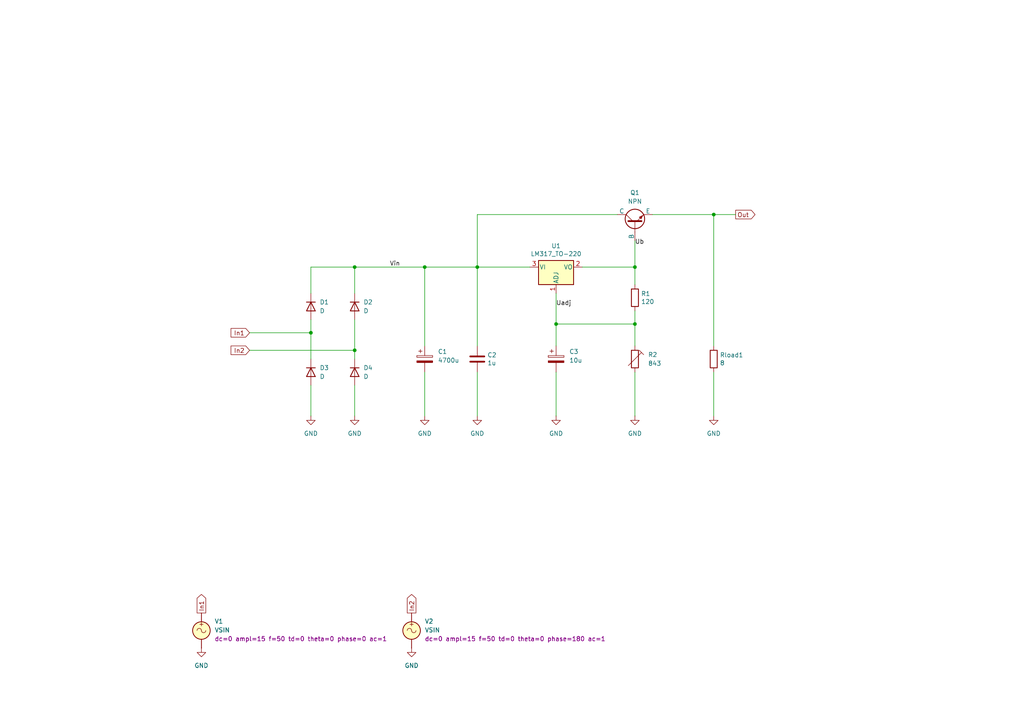
<source format=kicad_sch>
(kicad_sch (version 20250114) (generator "eeschema") (generator_version "9.0")
  (paper "A4")
  (title_block (title "Rectifier with 4 diodes, regulator and NPN passtransistor") (date "2025-09-13") (company "GitHub/OJStuff"))
  (lib_symbols
    (symbol "Device:C" (pin_numbers (hide yes)) (pin_names (offset 0.254))
      (property "Reference" "C" (at 0.635 2.54 0))
      (property "Value" "C" (at 0.635 -2.54 0))
      (symbol "C_0_1"
        (polyline (pts (xy -2.032 0.762) (xy 2.032 0.762)) (stroke (width 0.508)))
        (polyline (pts (xy -2.032 -0.762) (xy 2.032 -0.762)) (stroke (width 0.508)))
      )
      (symbol "C_1_1"
        (pin passive line (at 0 3.81 270) (length 2.794) (name "~") (number "1"))
        (pin passive line (at 0 -3.81 90) (length 2.794) (name "~") (number "2"))
      )
    )
    (symbol "Device:C_Polarized" (pin_numbers (hide yes)) (pin_names (offset 0.254))
      (property "Reference" "C" (at 0.635 2.54 0))
      (property "Value" "C_Polarized" (at 0.635 -2.54 0))
      (symbol "C_Polarized_0_1"
        (rectangle (start -2.286 0.508) (end 2.286 1.016))
        (polyline (pts (xy -1.778 2.286) (xy -0.762 2.286)))
        (polyline (pts (xy -1.27 2.794) (xy -1.27 1.778)))
        (rectangle (start 2.286 -0.508) (end -2.286 -1.016) (fill (type outline)))
      )
      (symbol "C_Polarized_1_1"
        (pin passive line (at 0 3.81 270) (length 2.794) (name "~") (number "1"))
        (pin passive line (at 0 -3.81 90) (length 2.794) (name "~") (number "2"))
      )
    )
    (symbol "Device:D" (pin_numbers (hide yes)) (pin_names (offset 1.016) (hide yes))
      (property "Reference" "D" (at 0 2.54 0))
      (property "Value" "D" (at 0 -2.54 0))
      (symbol "D_0_1"
        (polyline (pts (xy -1.27 1.27) (xy -1.27 -1.27)) (stroke (width 0.254)))
        (polyline (pts (xy 1.27 1.27) (xy 1.27 -1.27) (xy -1.27 0) (xy 1.27 1.27)) (stroke (width 0.254)))
        (polyline (pts (xy 1.27 0) (xy -1.27 0)))
      )
      (symbol "D_1_1"
        (pin passive line (at -3.81 0 0) (length 2.54) (name "K") (number "1"))
        (pin passive line (at 3.81 0 180) (length 2.54) (name "A") (number "2"))
      )
    )
    (symbol "Device:R" (pin_numbers (hide yes)) (pin_names (offset 0))
      (property "Reference" "R" (at 2.032 0 90))
      (property "Value" "R" (at 0 0 90))
      (symbol "R_0_1"
        (rectangle (start -1.016 -2.54) (end 1.016 2.54) (stroke (width 0.254)))
      )
      (symbol "R_1_1"
        (pin passive line (at 0 3.81 270) (length 1.27) (name "~") (number "1"))
        (pin passive line (at 0 -3.81 90) (length 1.27) (name "~") (number "2"))
      )
    )
    (symbol "Device:R_Trim" (pin_numbers (hide yes)) (pin_names (offset 0))
      (property "Reference" "R" (at 2.54 -2.54 90))
      (property "Value" "R_Trim" (at -2.54 -0.635 90))
      (symbol "R_Trim_0_1"
        (polyline (pts (xy -1.905 -1.905) (xy 1.905 1.905) (xy 2.54 1.27) (xy 1.27 2.54)))
        (rectangle (start -1.016 -2.54) (end 1.016 2.54) (stroke (width 0.254)))
      )
      (symbol "R_Trim_1_1"
        (pin passive line (at 0 3.81 270) (length 1.27) (name "~") (number "1"))
        (pin passive line (at 0 -3.81 90) (length 1.27) (name "~") (number "2"))
      )
    )
    (symbol "Regulator_Linear:LM317_TO-220" (pin_names (offset 0.254))
      (property "Reference" "U" (at -3.81 3.175 0))
      (property "Value" "LM317_TO-220" (at 0 3.175 0))
      (symbol "LM317_TO-220_0_1"
        (rectangle (start -5.08 1.905) (end 5.08 -5.08) (stroke (width 0.254)) (fill (type background)))
      )
      (symbol "LM317_TO-220_1_1"
        (pin power_in line (at -7.62 0 0) (length 2.54) (name "VI") (number "3"))
        (pin input line (at 0 -7.62 90) (length 2.54) (name "ADJ") (number "1"))
        (pin power_out line (at 7.62 0 180) (length 2.54) (name "VO") (number "2"))
      )
    )
    (symbol "Simulation_SPICE:NPN" (pin_numbers (hide yes)) (pin_names (offset 0))
      (property "Reference" "Q" (at -2.54 7.62 0))
      (property "Value" "NPN" (at -2.54 5.08 0))
      (symbol "NPN_0_1"
        (polyline (pts (xy -2.54 0) (xy 0.635 0)) (stroke (width 0.1524)))
        (polyline (pts (xy 0.635 1.905) (xy 0.635 -1.905) (xy 0.635 -1.905)) (stroke (width 0.508)))
        (polyline (pts (xy 0.635 0.635) (xy 2.54 2.54)))
        (polyline (pts (xy 0.635 -0.635) (xy 2.54 -2.54) (xy 2.54 -2.54)))
        (circle (center 1.27 0) (radius 2.8194) (stroke (width 0.254)))
        (polyline (pts (xy 1.27 -1.778) (xy 1.778 -1.27) (xy 2.286 -2.286) (xy 1.27 -1.778) (xy 1.27 -1.778)) (fill (type outline)))
        (polyline (pts (xy 2.794 -1.27) (xy 2.794 -1.27)) (stroke (width 0.1524)))
        (polyline (pts (xy 2.794 -1.27) (xy 2.794 -1.27)) (stroke (width 0.1524)))
      )
      (symbol "NPN_1_1"
        (pin input line (at -5.08 0 0) (length 2.54) (name "B") (number "2"))
        (pin open_collector line (at 2.54 5.08 270) (length 2.54) (name "C") (number "1"))
        (pin open_emitter line (at 2.54 -5.08 90) (length 2.54) (name "E") (number "3"))
      )
    )
    (symbol "Simulation_SPICE:VSIN" (pin_numbers (hide yes)) (pin_names (offset 0.0254))
      (property "Reference" "V" (at 2.54 2.54 0))
      (property "Value" "VSIN" (at 2.54 0 0))
      (property "Sim.Params" "dc=0 ampl=1 f=1k ac=1" (at 2.54 -2.54 0))
      (symbol "VSIN_0_0"
        (arc (start -1.27 0) (mid -0.635 0.6323) (end 0 0))
        (arc (start 1.27 0) (mid 0.635 -0.6323) (end 0 0))
        (text "+" (at 0 1.905 0) (effects (font (size 1.27 1.27))))
      )
      (symbol "VSIN_0_1"
        (circle (center 0 0) (radius 2.54) (stroke (width 0.254)) (fill (type background)))
      )
      (symbol "VSIN_1_1"
        (pin passive line (at 0 5.08 270) (length 2.54) (name "~") (number "1"))
        (pin passive line (at 0 -5.08 90) (length 2.54) (name "~") (number "2"))
      )
    )
    (symbol "power:GND" (power) (pin_numbers (hide yes)) (pin_names (offset 0) (hide yes))
      (property "Value" "GND" (at 0 -3.81 0))
      (symbol "GND_0_1"
        (polyline (pts (xy 0 0) (xy 0 -1.27) (xy 1.27 -1.27) (xy 0 -2.54) (xy -1.27 -1.27) (xy 0 -1.27)))
      )
      (symbol "GND_1_1"
        (pin power_in line (at 0 0 270) (length 0) (name "~") (number "1"))
      )
    )
  )
  (junction (at 184.15 77.47))
  (junction (at 161.29 93.98))
  (junction (at 138.43 77.47))
  (junction (at 102.87 77.47))
  (junction (at 207.01 62.23))
  (junction (at 102.87 101.6))
  (junction (at 184.15 93.98))
  (junction (at 123.19 77.47))
  (junction (at 90.17 96.52))
  (wire (pts (xy 102.87 111.76) (xy 102.87 120.65)))
  (wire (pts (xy 207.01 62.23) (xy 213.36 62.23)))
  (wire (pts (xy 90.17 77.47) (xy 102.87 77.47)))
  (wire (pts (xy 90.17 111.76) (xy 90.17 120.65)))
  (wire (pts (xy 102.87 85.09) (xy 102.87 77.47)))
  (wire (pts (xy 189.23 62.23) (xy 207.01 62.23)))
  (wire (pts (xy 184.15 69.85) (xy 184.15 77.47)))
  (wire (pts (xy 102.87 104.14) (xy 102.87 101.6)))
  (wire (pts (xy 207.01 100.33) (xy 207.01 62.23)))
  (wire (pts (xy 123.19 77.47) (xy 123.19 100.33)))
  (wire (pts (xy 138.43 77.47) (xy 138.43 100.33)))
  (wire (pts (xy 123.19 107.95) (xy 123.19 120.65)))
  (wire (pts (xy 184.15 107.95) (xy 184.15 120.65)))
  (wire (pts (xy 161.29 107.95) (xy 161.29 120.65)))
  (wire (pts (xy 102.87 92.71) (xy 102.87 101.6)))
  (wire (pts (xy 72.39 96.52) (xy 90.17 96.52)))
  (wire (pts (xy 138.43 77.47) (xy 153.67 77.47)))
  (wire (pts (xy 179.07 62.23) (xy 138.43 62.23)))
  (wire (pts (xy 90.17 85.09) (xy 90.17 77.47)))
  (wire (pts (xy 161.29 93.98) (xy 161.29 100.33)))
  (wire (pts (xy 207.01 107.95) (xy 207.01 120.65)))
  (wire (pts (xy 184.15 90.17) (xy 184.15 93.98)))
  (wire (pts (xy 184.15 93.98) (xy 184.15 100.33)))
  (wire (pts (xy 90.17 96.52) (xy 90.17 104.14)))
  (wire (pts (xy 90.17 92.71) (xy 90.17 96.52)))
  (wire (pts (xy 161.29 93.98) (xy 184.15 93.98)))
  (wire (pts (xy 138.43 62.23) (xy 138.43 77.47)))
  (wire (pts (xy 184.15 77.47) (xy 184.15 82.55)))
  (wire (pts (xy 72.39 101.6) (xy 102.87 101.6)))
  (wire (pts (xy 102.87 77.47) (xy 123.19 77.47)))
  (wire (pts (xy 123.19 77.47) (xy 138.43 77.47)))
  (wire (pts (xy 161.29 85.09) (xy 161.29 93.98)))
  (wire (pts (xy 168.91 77.47) (xy 184.15 77.47)))
  (wire (pts (xy 138.43 107.95) (xy 138.43 120.65)))
  (label "Ub" (at 184.15 71.12 0))
  (label "Uadj" (at 161.29 88.9 0))
  (label "Vin" (at 113.03 77.47 0))
  (global_label "In1" (shape output) (at 58.42 177.8 90) (property "Intersheetrefs" "${INTERSHEET_REFS}" (effects (hide yes))))
  (global_label "In2" (shape output) (at 119.38 177.8 90) (property "Intersheetrefs" "${INTERSHEET_REFS}" (effects (hide yes))))
  (global_label "In2" (shape input) (at 72.39 101.6 180) (property "Intersheetrefs" "${INTERSHEET_REFS}" (effects (hide yes))))
  (global_label "In1" (shape input) (at 72.39 96.52 180) (property "Intersheetrefs" "${INTERSHEET_REFS}" (effects (hide yes))))
  (global_label "Out" (shape output) (at 213.36 62.23 0) (property "Intersheetrefs" "${INTERSHEET_REFS}" (effects (hide yes))))
  (symbol (lib_id "Device:D") (at 90.17 107.95 270) (unit 1)
    (property "Reference" "D3" (at 92.71 106.6799 90) (effects (justify left)))
    (property "Value" "D" (at 92.71 109.2199 90) (effects (justify left)))
    (property "Description" "Diode" (effects (hide yes)))
    (property "Sim.Device" "D" (effects (hide yes)))
    (property "Sim.Pins" "1=K 2=A" (effects (hide yes)))
  )
  (symbol (lib_id "Regulator_Linear:LM317_TO-220") (at 161.29 77.47 0) (unit 1)
    (property "Reference" "U1" (at 161.29 71.3232 0))
    (property "Value" "LM317_TO-220" (at 161.29 73.6346 0))
    (property "Footprint" "Package_TO_SOT_THT:TO-220-3_Vertical" (effects (hide yes)))
    (property "Datasheet" "http://www.ti.com/lit/ds/symlink/lm317.pdf" (effects (hide yes)))
    (property "Sim.Library" "LM317-N.LIB" (effects (hide yes)))
    (property "Sim.Name" "LM317-N" (effects (hide yes)))
    (property "Sim.Pins" "3=1 1=2 2=3" (effects (hide yes)))
  )
  (symbol (lib_id "Simulation_SPICE:VSIN") (at 119.38 182.88 0) (unit 1)
    (property "Reference" "V2" (at 123.19 180.2101 0) (effects (justify left)))
    (property "Value" "VSIN" (at 123.19 182.7501 0) (effects (justify left)))
    (property "Datasheet" "https://ngspice.sourceforge.io/docs/ngspice-html-manual/manual.xhtml#sec_Independent_Sources_for" (effects (hide yes)))
    (property "Description" "Voltage source, sinusoidal" (effects (hide yes)))
    (property "Sim.Pins" "1=+ 2=-" (effects (hide yes)))
    (property "Sim.Params" "dc=0 ampl=15 f=50 td=0 theta=0 phase=180 ac=1" (at 123.19 185.2901 0) (effects (justify left)))
    (property "Sim.Type" "SIN" (effects (hide yes)))
    (property "Sim.Device" "V" (effects (hide yes)))
  )
  (symbol (lib_id "Device:R") (at 184.15 86.36 0) (unit 1)
    (property "Reference" "R1" (at 185.928 85.1916 0) (effects (justify left)))
    (property "Value" "120" (at 185.928 87.503 0) (effects (justify left)))
    (property "Footprint" "Resistor_THT:R_Axial_DIN0309_L9.0mm_D3.2mm_P12.70mm_Horizontal" (effects (hide yes)))
  )
  (symbol (lib_id "power:GND") (at 207.01 120.65 0) (unit 1)
    (property "Reference" "#PWR07" (effects (hide yes)))
    (property "Value" "GND" (at 207.01 125.73 0))
    (property "Description" "Power symbol creates a global label with name \"GND\" , ground" (effects (hide yes)))
  )
  (symbol (lib_id "Device:D") (at 90.17 88.9 270) (unit 1)
    (property "Reference" "D1" (at 92.71 87.6299 90) (effects (justify left)))
    (property "Value" "D" (at 92.71 90.1699 90) (effects (justify left)))
    (property "Description" "Diode" (effects (hide yes)))
    (property "Sim.Device" "D" (effects (hide yes)))
    (property "Sim.Pins" "1=K 2=A" (effects (hide yes)))
  )
  (symbol (lib_id "Device:C_Polarized") (at 161.29 104.14 0) (unit 1)
    (property "Reference" "C3" (at 165.1 101.9809 0) (effects (justify left)))
    (property "Value" "10u" (at 165.1 104.5209 0) (effects (justify left)))
    (property "Footprint" "Capacitor_THT:CP_Radial_D5.0mm_P2.50mm" (effects (hide yes)))
  )
  (symbol (lib_id "Simulation_SPICE:NPN") (at 184.15 64.77 90) (unit 1)
    (property "Reference" "Q1" (at 184.15 55.88 90))
    (property "Value" "NPN" (at 184.15 58.42 90))
    (property "Datasheet" "https://ngspice.sourceforge.io/docs/ngspice-html-manual/manual.xhtml#cha_BJTs" (effects (hide yes)))
    (property "Description" "Bipolar transistor symbol for simulation only, substrate tied to the emitter" (effects (hide yes)))
    (property "Sim.Device" "NPN" (effects (hide yes)))
    (property "Sim.Type" "GUMMELPOON" (effects (hide yes)))
    (property "Sim.Pins" "1=C 2=B 3=E" (effects (hide yes)))
  )
  (symbol (lib_id "Device:R_Trim") (at 184.15 104.14 0) (unit 1)
    (property "Reference" "R2" (at 187.96 102.8699 0) (effects (justify left)))
    (property "Value" "843" (at 187.96 105.4099 0) (effects (justify left)))
  )
  (symbol (lib_id "power:GND") (at 119.38 187.96 0) (unit 1)
    (property "Reference" "#PWR08" (effects (hide yes)))
    (property "Value" "GND" (at 119.38 193.04 0))
    (property "Description" "Power symbol creates a global label with name \"GND\" , ground" (effects (hide yes)))
  )
  (symbol (lib_id "Device:R") (at 207.01 104.14 0) (unit 1)
    (property "Reference" "Rload1" (at 208.788 102.9716 0) (effects (justify left)))
    (property "Value" "8" (at 208.788 105.283 0) (effects (justify left)))
    (property "Footprint" "Resistor_THT:R_Axial_DIN0309_L9.0mm_D3.2mm_P12.70mm_Horizontal" (effects (hide yes)))
  )
  (symbol (lib_id "power:GND") (at 58.42 187.96 0) (unit 1)
    (property "Reference" "#PWR09" (effects (hide yes)))
    (property "Value" "GND" (at 58.42 193.04 0))
    (property "Description" "Power symbol creates a global label with name \"GND\" , ground" (effects (hide yes)))
  )
  (symbol (lib_id "power:GND") (at 184.15 120.65 0) (unit 1)
    (property "Reference" "#PWR06" (effects (hide yes)))
    (property "Value" "GND" (at 184.15 125.73 0))
    (property "Description" "Power symbol creates a global label with name \"GND\" , ground" (effects (hide yes)))
  )
  (symbol (lib_id "Device:D") (at 102.87 107.95 270) (unit 1)
    (property "Reference" "D4" (at 105.41 106.6799 90) (effects (justify left)))
    (property "Value" "D" (at 105.41 109.2199 90) (effects (justify left)))
    (property "Description" "Diode" (effects (hide yes)))
    (property "Sim.Device" "D" (effects (hide yes)))
    (property "Sim.Pins" "1=K 2=A" (effects (hide yes)))
  )
  (symbol (lib_id "power:GND") (at 123.19 120.65 0) (unit 1)
    (property "Reference" "#PWR03" (effects (hide yes)))
    (property "Value" "GND" (at 123.19 125.73 0))
    (property "Description" "Power symbol creates a global label with name \"GND\" , ground" (effects (hide yes)))
  )
  (symbol (lib_id "power:GND") (at 102.87 120.65 0) (unit 1)
    (property "Reference" "#PWR02" (effects (hide yes)))
    (property "Value" "GND" (at 102.87 125.73 0))
    (property "Description" "Power symbol creates a global label with name \"GND\" , ground" (effects (hide yes)))
  )
  (symbol (lib_id "Simulation_SPICE:VSIN") (at 58.42 182.88 0) (unit 1)
    (property "Reference" "V1" (at 62.23 180.2101 0) (effects (justify left)))
    (property "Value" "VSIN" (at 62.23 182.7501 0) (effects (justify left)))
    (property "Datasheet" "https://ngspice.sourceforge.io/docs/ngspice-html-manual/manual.xhtml#sec_Independent_Sources_for" (effects (hide yes)))
    (property "Description" "Voltage source, sinusoidal" (effects (hide yes)))
    (property "Sim.Pins" "1=+ 2=-" (effects (hide yes)))
    (property "Sim.Params" "dc=0 ampl=15 f=50 td=0 theta=0 phase=0 ac=1" (at 62.23 185.2901 0) (effects (justify left)))
    (property "Sim.Type" "SIN" (effects (hide yes)))
    (property "Sim.Device" "V" (effects (hide yes)))
  )
  (symbol (lib_id "power:GND") (at 90.17 120.65 0) (unit 1)
    (property "Reference" "#PWR01" (effects (hide yes)))
    (property "Value" "GND" (at 90.17 125.73 0))
    (property "Description" "Power symbol creates a global label with name \"GND\" , ground" (effects (hide yes)))
  )
  (symbol (lib_id "Device:D") (at 102.87 88.9 270) (unit 1)
    (property "Reference" "D2" (at 105.41 87.6299 90) (effects (justify left)))
    (property "Value" "D" (at 105.41 90.1699 90) (effects (justify left)))
    (property "Description" "Diode" (effects (hide yes)))
    (property "Sim.Device" "D" (effects (hide yes)))
    (property "Sim.Pins" "1=K 2=A" (effects (hide yes)))
  )
  (symbol (lib_id "Device:C") (at 138.43 104.14 0) (unit 1)
    (property "Reference" "C2" (at 141.351 102.9716 0) (effects (justify left)))
    (property "Value" "1u" (at 141.351 105.283 0) (effects (justify left)))
    (property "Footprint" "Capacitor_THT:C_Disc_D3.0mm_W1.6mm_P2.50mm" (effects (hide yes)))
  )
  (symbol (lib_id "Device:C_Polarized") (at 123.19 104.14 0) (unit 1)
    (property "Reference" "C1" (at 127 101.9809 0) (effects (justify left)))
    (property "Value" "4700u" (at 127 104.5209 0) (effects (justify left)))
    (property "Footprint" "Capacitor_THT:CP_Radial_D16.0mm_P7.50mm" (effects (hide yes)))
  )
  (symbol (lib_id "power:GND") (at 161.29 120.65 0) (unit 1)
    (property "Reference" "#PWR05" (effects (hide yes)))
    (property "Value" "GND" (at 161.29 125.73 0))
    (property "Description" "Power symbol creates a global label with name \"GND\" , ground" (effects (hide yes)))
  )
  (symbol (lib_id "power:GND") (at 138.43 120.65 0) (unit 1)
    (property "Reference" "#PWR04" (effects (hide yes)))
    (property "Value" "GND" (at 138.43 125.73 0))
    (property "Description" "Power symbol creates a global label with name \"GND\" , ground" (effects (hide yes)))
  )
)
</source>
